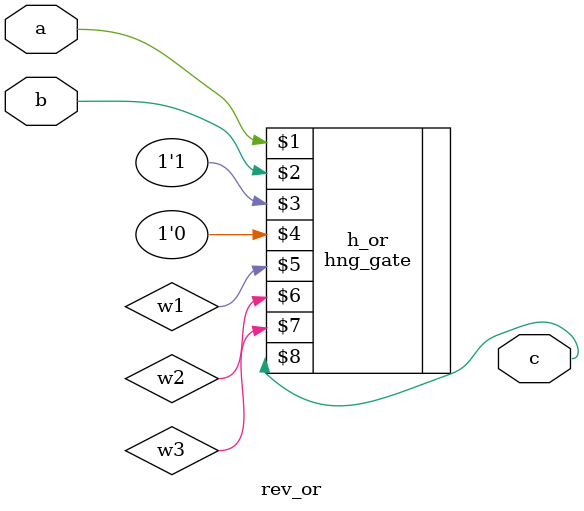
<source format=v>
`timescale 1ns / 1ps


module rev_or(
    input a,b,
    output c
    );
    wire w1,w2,w3;
    hng_gate h_or(a,b,1'b1,1'b0,w1,w2,w3,c);
endmodule

</source>
